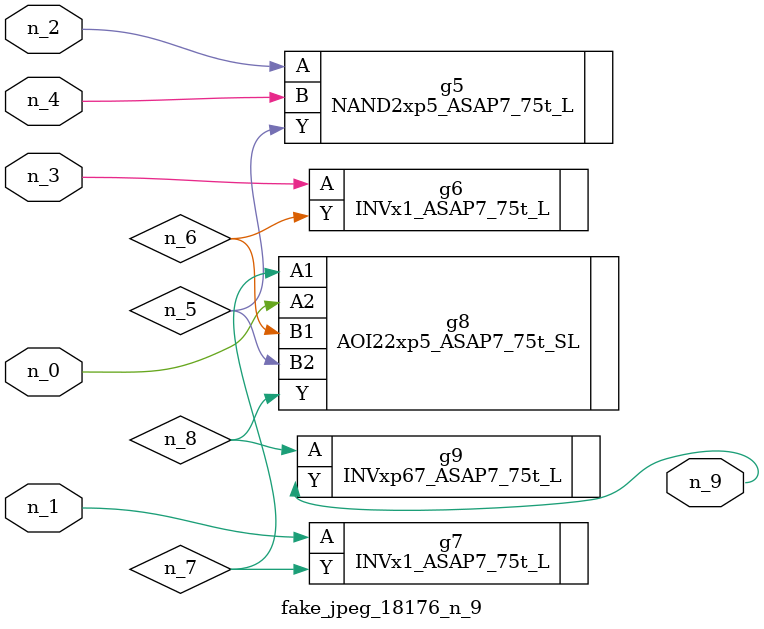
<source format=v>
module fake_jpeg_18176_n_9 (n_3, n_2, n_1, n_0, n_4, n_9);

input n_3;
input n_2;
input n_1;
input n_0;
input n_4;

output n_9;

wire n_8;
wire n_6;
wire n_5;
wire n_7;

NAND2xp5_ASAP7_75t_L g5 ( 
.A(n_2),
.B(n_4),
.Y(n_5)
);

INVx1_ASAP7_75t_L g6 ( 
.A(n_3),
.Y(n_6)
);

INVx1_ASAP7_75t_L g7 ( 
.A(n_1),
.Y(n_7)
);

AOI22xp5_ASAP7_75t_SL g8 ( 
.A1(n_7),
.A2(n_0),
.B1(n_6),
.B2(n_5),
.Y(n_8)
);

INVxp67_ASAP7_75t_L g9 ( 
.A(n_8),
.Y(n_9)
);


endmodule
</source>
